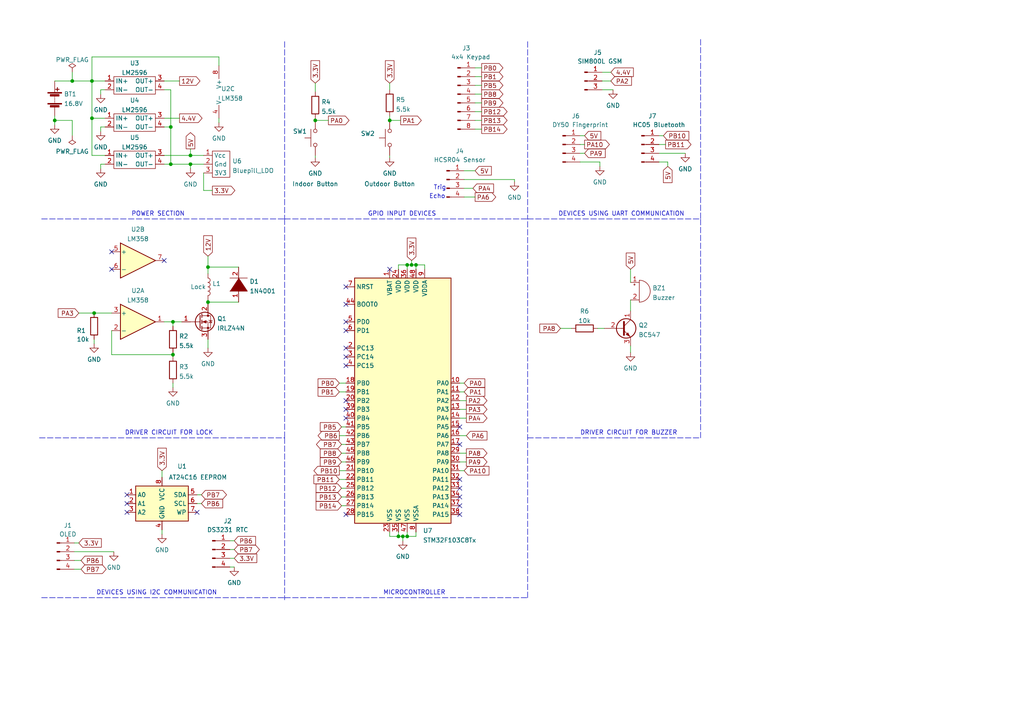
<source format=kicad_sch>
(kicad_sch (version 20211123) (generator eeschema)
  (paper "A4")
  (title_block (title "Smart Lock ") (date "2022-06-15") (rev "1.0") (company "Department of Electrical and Electronic Engineering, University of Ibadan"))
  (lib_symbols
    (symbol "Amplifier_Operational:LM358" (pin_names (offset 0.127))
      (property "Reference" "U" (at 0 5.08 0))
      (property "Value" "LM358" (at 0 -5.08 0))
      (symbol "LM358_1_1"
        (polyline (pts (xy -5.08 5.08) (xy 5.08 0) (xy -5.08 -5.08) (xy -5.08 5.08)) (stroke (width 0.254)) (fill (type background)))
        (pin output line (at 7.62 0 180) (length 2.54) (name "~") (number "1"))
        (pin input line (at -7.62 -2.54 0) (length 2.54) (name "-") (number "2"))
        (pin input line (at -7.62 2.54 0) (length 2.54) (name "+") (number "3"))
      )
      (symbol "LM358_2_1"
        (polyline (pts (xy -5.08 5.08) (xy 5.08 0) (xy -5.08 -5.08) (xy -5.08 5.08)) (stroke (width 0.254)) (fill (type background)))
        (pin input line (at -7.62 2.54 0) (length 2.54) (name "+") (number "5"))
        (pin input line (at -7.62 -2.54 0) (length 2.54) (name "-") (number "6"))
        (pin output line (at 7.62 0 180) (length 2.54) (name "~") (number "7"))
      )
      (symbol "LM358_3_1"
        (pin power_in line (at -2.54 -7.62 90) (length 3.81) (name "V-") (number "4"))
        (pin power_in line (at -2.54 7.62 270) (length 3.81) (name "V+") (number "8"))
      )
    )
    (symbol "Bluepill_LDO:Bluepill_LDO"
      (property "Reference" "U" (at 0 1.27 0))
      (property "Value" "Bluepill_LDO" (at 0 3.175 0))
      (symbol "Bluepill_LDO_0_1"
        (rectangle (start -3.81 0) (end 3.81 -5.08) (stroke (width 0.1524)))
      )
      (symbol "Bluepill_LDO_1_1"
        (pin power_in line (at -2.54 -7.62 90) (length 2.54) (name "Vcc") (number "1"))
        (pin power_in line (at 0 -7.62 90) (length 2.54) (name "Gnd") (number "2"))
        (pin power_out line (at 2.54 -7.62 90) (length 2.54) (name "3V3") (number "3"))
      )
    )
    (symbol "Connector:Conn_01x03_Male" (pin_names (offset 1.016) hide)
      (property "Reference" "J" (at 0 5.08 0))
      (property "Value" "Conn_01x03_Male" (at 0 -5.08 0))
      (symbol "Conn_01x03_Male_1_1"
        (polyline (pts (xy 1.27 -2.54) (xy 0.8636 -2.54)) (stroke (width 0.1524)))
        (polyline (pts (xy 1.27 0) (xy 0.8636 0)) (stroke (width 0.1524)))
        (polyline (pts (xy 1.27 2.54) (xy 0.8636 2.54)) (stroke (width 0.1524)))
        (rectangle (start 0.8636 -2.413) (end 0 -2.667) (stroke (width 0.1524)) (fill (type outline)))
        (rectangle (start 0.8636 0.127) (end 0 -0.127) (stroke (width 0.1524)) (fill (type outline)))
        (rectangle (start 0.8636 2.667) (end 0 2.413) (stroke (width 0.1524)) (fill (type outline)))
        (pin passive line (at 5.08 2.54 180) (length 3.81) (name "Pin_1") (number "1"))
        (pin passive line (at 5.08 0 180) (length 3.81) (name "Pin_2") (number "2"))
        (pin passive line (at 5.08 -2.54 180) (length 3.81) (name "Pin_3") (number "3"))
      )
    )
    (symbol "Connector:Conn_01x04_Male" (pin_names (offset 1.016) hide)
      (property "Reference" "J" (at 0 5.08 0))
      (property "Value" "Conn_01x04_Male" (at 0 -7.62 0))
      (symbol "Conn_01x04_Male_1_1"
        (polyline (pts (xy 1.27 -5.08) (xy 0.8636 -5.08)) (stroke (width 0.1524)))
        (polyline (pts (xy 1.27 -2.54) (xy 0.8636 -2.54)) (stroke (width 0.1524)))
        (polyline (pts (xy 1.27 0) (xy 0.8636 0)) (stroke (width 0.1524)))
        (polyline (pts (xy 1.27 2.54) (xy 0.8636 2.54)) (stroke (width 0.1524)))
        (rectangle (start 0.8636 -4.953) (end 0 -5.207) (stroke (width 0.1524)) (fill (type outline)))
        (rectangle (start 0.8636 -2.413) (end 0 -2.667) (stroke (width 0.1524)) (fill (type outline)))
        (rectangle (start 0.8636 0.127) (end 0 -0.127) (stroke (width 0.1524)) (fill (type outline)))
        (rectangle (start 0.8636 2.667) (end 0 2.413) (stroke (width 0.1524)) (fill (type outline)))
        (pin passive line (at 5.08 2.54 180) (length 3.81) (name "Pin_1") (number "1"))
        (pin passive line (at 5.08 0 180) (length 3.81) (name "Pin_2") (number "2"))
        (pin passive line (at 5.08 -2.54 180) (length 3.81) (name "Pin_3") (number "3"))
        (pin passive line (at 5.08 -5.08 180) (length 3.81) (name "Pin_4") (number "4"))
      )
    )
    (symbol "Connector:Conn_01x08_Male" (pin_names (offset 1.016) hide)
      (property "Reference" "J" (at 0 10.16 0))
      (property "Value" "Conn_01x08_Male" (at 0 -12.7 0))
      (symbol "Conn_01x08_Male_1_1"
        (polyline (pts (xy 1.27 -10.16) (xy 0.8636 -10.16)) (stroke (width 0.1524)))
        (polyline (pts (xy 1.27 -7.62) (xy 0.8636 -7.62)) (stroke (width 0.1524)))
        (polyline (pts (xy 1.27 -5.08) (xy 0.8636 -5.08)) (stroke (width 0.1524)))
        (polyline (pts (xy 1.27 -2.54) (xy 0.8636 -2.54)) (stroke (width 0.1524)))
        (polyline (pts (xy 1.27 0) (xy 0.8636 0)) (stroke (width 0.1524)))
        (polyline (pts (xy 1.27 2.54) (xy 0.8636 2.54)) (stroke (width 0.1524)))
        (polyline (pts (xy 1.27 5.08) (xy 0.8636 5.08)) (stroke (width 0.1524)))
        (polyline (pts (xy 1.27 7.62) (xy 0.8636 7.62)) (stroke (width 0.1524)))
        (rectangle (start 0.8636 -10.033) (end 0 -10.287) (stroke (width 0.1524)) (fill (type outline)))
        (rectangle (start 0.8636 -7.493) (end 0 -7.747) (stroke (width 0.1524)) (fill (type outline)))
        (rectangle (start 0.8636 -4.953) (end 0 -5.207) (stroke (width 0.1524)) (fill (type outline)))
        (rectangle (start 0.8636 -2.413) (end 0 -2.667) (stroke (width 0.1524)) (fill (type outline)))
        (rectangle (start 0.8636 0.127) (end 0 -0.127) (stroke (width 0.1524)) (fill (type outline)))
        (rectangle (start 0.8636 2.667) (end 0 2.413) (stroke (width 0.1524)) (fill (type outline)))
        (rectangle (start 0.8636 5.207) (end 0 4.953) (stroke (width 0.1524)) (fill (type outline)))
        (rectangle (start 0.8636 7.747) (end 0 7.493) (stroke (width 0.1524)) (fill (type outline)))
        (pin passive line (at 5.08 7.62 180) (length 3.81) (name "Pin_1") (number "1"))
        (pin passive line (at 5.08 5.08 180) (length 3.81) (name "Pin_2") (number "2"))
        (pin passive line (at 5.08 2.54 180) (length 3.81) (name "Pin_3") (number "3"))
        (pin passive line (at 5.08 0 180) (length 3.81) (name "Pin_4") (number "4"))
        (pin passive line (at 5.08 -2.54 180) (length 3.81) (name "Pin_5") (number "5"))
        (pin passive line (at 5.08 -5.08 180) (length 3.81) (name "Pin_6") (number "6"))
        (pin passive line (at 5.08 -7.62 180) (length 3.81) (name "Pin_7") (number "7"))
        (pin passive line (at 5.08 -10.16 180) (length 3.81) (name "Pin_8") (number "8"))
      )
    )
    (symbol "Device:Battery" (pin_numbers hide) (pin_names (offset 0) hide)
      (property "Reference" "BT" (at 2.54 2.54 0))
      (property "Value" "Battery" (at 2.54 0 0))
      (symbol "Battery_0_1"
        (rectangle (start -2.032 -1.397) (end 2.032 -1.651) (fill (type outline)))
        (rectangle (start -2.032 1.778) (end 2.032 1.524) (fill (type outline)))
        (rectangle (start -1.3208 -1.9812) (end 1.27 -2.4892) (fill (type outline)))
        (rectangle (start -1.3208 1.1938) (end 1.27 0.6858) (fill (type outline)))
        (polyline (pts (xy 0 -1.524) (xy 0 -1.27)))
        (polyline (pts (xy 0 -1.016) (xy 0 -0.762)))
        (polyline (pts (xy 0 -0.508) (xy 0 -0.254)))
        (polyline (pts (xy 0 0) (xy 0 0.254)))
        (polyline (pts (xy 0 0.508) (xy 0 0.762)))
        (polyline (pts (xy 0 1.778) (xy 0 2.54)))
        (polyline (pts (xy 0.254 2.667) (xy 1.27 2.667)) (stroke (width 0.254)))
        (polyline (pts (xy 0.762 3.175) (xy 0.762 2.159)) (stroke (width 0.254)))
      )
      (symbol "Battery_1_1"
        (pin passive line (at 0 5.08 270) (length 2.54) (name "+") (number "1"))
        (pin passive line (at 0 -5.08 90) (length 2.54) (name "-") (number "2"))
      )
    )
    (symbol "Device:Buzzer" (pin_names (offset 0.0254) hide)
      (property "Reference" "BZ" (at 3.81 1.27 0))
      (property "Value" "Buzzer" (at 3.81 -1.27 0))
      (symbol "Buzzer_0_1"
        (arc (start 0 -3.175) (mid 3.175 0) (end 0 3.175))
        (polyline (pts (xy -1.651 1.905) (xy -1.143 1.905)))
        (polyline (pts (xy -1.397 2.159) (xy -1.397 1.651)))
        (polyline (pts (xy 0 3.175) (xy 0 -3.175)))
      )
      (symbol "Buzzer_1_1"
        (pin passive line (at -2.54 2.54 0) (length 2.54) (name "-") (number "1"))
        (pin passive line (at -2.54 -2.54 0) (length 2.54) (name "+") (number "2"))
      )
    )
    (symbol "Device:L" (pin_numbers hide) (pin_names (offset 1.016) hide)
      (property "Reference" "L" (at -1.27 0 90))
      (property "Value" "L" (at 1.905 0 90))
      (symbol "L_0_1"
        (arc (start 0 -2.54) (mid 0.635 -1.905) (end 0 -1.27))
        (arc (start 0 -1.27) (mid 0.635 -0.635) (end 0 0))
        (arc (start 0 0) (mid 0.635 0.635) (end 0 1.27))
        (arc (start 0 1.27) (mid 0.635 1.905) (end 0 2.54))
      )
      (symbol "L_1_1"
        (pin passive line (at 0 3.81 270) (length 1.27) (name "1") (number "1"))
        (pin passive line (at 0 -3.81 90) (length 1.27) (name "2") (number "2"))
      )
    )
    (symbol "Device:R" (pin_numbers hide) (pin_names (offset 0))
      (property "Reference" "R" (at 2.032 0 90))
      (property "Value" "R" (at 0 0 90))
      (symbol "R_0_1"
        (rectangle (start -1.016 -2.54) (end 1.016 2.54) (stroke (width 0.254)))
      )
      (symbol "R_1_1"
        (pin passive line (at 0 3.81 270) (length 1.27) (name "~") (number "1"))
        (pin passive line (at 0 -3.81 90) (length 1.27) (name "~") (number "2"))
      )
    )
    (symbol "LM2596_Module:LM2596"
      (property "Reference" "U" (at 0 1.27 0))
      (property "Value" "LM2596" (at 0 3.175 0))
      (symbol "LM2596_0_1"
        (rectangle (start -5.715 0) (end 6.35 -5.08) (stroke (width 0.1524)))
      )
      (symbol "LM2596_1_1"
        (pin power_in line (at -8.255 -1.27 0) (length 2.54) (name "IN+") (number "1"))
        (pin power_in line (at -8.255 -3.81 0) (length 2.54) (name "IN-") (number "2"))
        (pin power_out line (at 8.89 -1.27 180) (length 2.54) (name "OUT+") (number "3"))
        (pin power_in line (at 8.89 -3.81 180) (length 2.54) (name "OUT-") (number "4"))
      )
    )
    (symbol "MCU_ST_STM32F1:STM32F103C8Tx"
      (property "Reference" "U" (at -15.24 36.83 0))
      (property "Value" "STM32F103C8Tx" (at 7.62 36.83 0))
      (symbol "STM32F103C8Tx_0_1"
        (rectangle (start -15.24 -35.56) (end 12.7 35.56) (stroke (width 0.254)) (fill (type background)))
      )
      (symbol "STM32F103C8Tx_1_1"
        (pin power_in line (at -5.08 38.1 270) (length 2.54) (name "VBAT") (number "1"))
        (pin bidirectional line (at 15.24 5.08 180) (length 2.54) (name "PA0") (number "10"))
        (pin bidirectional line (at 15.24 2.54 180) (length 2.54) (name "PA1") (number "11"))
        (pin bidirectional line (at 15.24 0 180) (length 2.54) (name "PA2") (number "12"))
        (pin bidirectional line (at 15.24 -2.54 180) (length 2.54) (name "PA3") (number "13"))
        (pin bidirectional line (at 15.24 -5.08 180) (length 2.54) (name "PA4") (number "14"))
        (pin bidirectional line (at 15.24 -7.62 180) (length 2.54) (name "PA5") (number "15"))
        (pin bidirectional line (at 15.24 -10.16 180) (length 2.54) (name "PA6") (number "16"))
        (pin bidirectional line (at 15.24 -12.7 180) (length 2.54) (name "PA7") (number "17"))
        (pin bidirectional line (at -17.78 5.08 0) (length 2.54) (name "PB0") (number "18"))
        (pin bidirectional line (at -17.78 2.54 0) (length 2.54) (name "PB1") (number "19"))
        (pin bidirectional line (at -17.78 15.24 0) (length 2.54) (name "PC13") (number "2"))
        (pin bidirectional line (at -17.78 0 0) (length 2.54) (name "PB2") (number "20"))
        (pin bidirectional line (at -17.78 -20.32 0) (length 2.54) (name "PB10") (number "21"))
        (pin bidirectional line (at -17.78 -22.86 0) (length 2.54) (name "PB11") (number "22"))
        (pin power_in line (at -5.08 -38.1 90) (length 2.54) (name "VSS") (number "23"))
        (pin power_in line (at -2.54 38.1 270) (length 2.54) (name "VDD") (number "24"))
        (pin bidirectional line (at -17.78 -25.4 0) (length 2.54) (name "PB12") (number "25"))
        (pin bidirectional line (at -17.78 -27.94 0) (length 2.54) (name "PB13") (number "26"))
        (pin bidirectional line (at -17.78 -30.48 0) (length 2.54) (name "PB14") (number "27"))
        (pin bidirectional line (at -17.78 -33.02 0) (length 2.54) (name "PB15") (number "28"))
        (pin bidirectional line (at 15.24 -15.24 180) (length 2.54) (name "PA8") (number "29"))
        (pin bidirectional line (at -17.78 12.7 0) (length 2.54) (name "PC14") (number "3"))
        (pin bidirectional line (at 15.24 -17.78 180) (length 2.54) (name "PA9") (number "30"))
        (pin bidirectional line (at 15.24 -20.32 180) (length 2.54) (name "PA10") (number "31"))
        (pin bidirectional line (at 15.24 -22.86 180) (length 2.54) (name "PA11") (number "32"))
        (pin bidirectional line (at 15.24 -25.4 180) (length 2.54) (name "PA12") (number "33"))
        (pin bidirectional line (at 15.24 -27.94 180) (length 2.54) (name "PA13") (number "34"))
        (pin power_in line (at -2.54 -38.1 90) (length 2.54) (name "VSS") (number "35"))
        (pin power_in line (at 0 38.1 270) (length 2.54) (name "VDD") (number "36"))
        (pin bidirectional line (at 15.24 -30.48 180) (length 2.54) (name "PA14") (number "37"))
        (pin bidirectional line (at 15.24 -33.02 180) (length 2.54) (name "PA15") (number "38"))
        (pin bidirectional line (at -17.78 -2.54 0) (length 2.54) (name "PB3") (number "39"))
        (pin bidirectional line (at -17.78 10.16 0) (length 2.54) (name "PC15") (number "4"))
        (pin bidirectional line (at -17.78 -5.08 0) (length 2.54) (name "PB4") (number "40"))
        (pin bidirectional line (at -17.78 -7.62 0) (length 2.54) (name "PB5") (number "41"))
        (pin bidirectional line (at -17.78 -10.16 0) (length 2.54) (name "PB6") (number "42"))
        (pin bidirectional line (at -17.78 -12.7 0) (length 2.54) (name "PB7") (number "43"))
        (pin input line (at -17.78 27.94 0) (length 2.54) (name "BOOT0") (number "44"))
        (pin bidirectional line (at -17.78 -15.24 0) (length 2.54) (name "PB8") (number "45"))
        (pin bidirectional line (at -17.78 -17.78 0) (length 2.54) (name "PB9") (number "46"))
        (pin power_in line (at 0 -38.1 90) (length 2.54) (name "VSS") (number "47"))
        (pin power_in line (at 2.54 38.1 270) (length 2.54) (name "VDD") (number "48"))
        (pin input line (at -17.78 22.86 0) (length 2.54) (name "PD0") (number "5"))
        (pin input line (at -17.78 20.32 0) (length 2.54) (name "PD1") (number "6"))
        (pin input line (at -17.78 33.02 0) (length 2.54) (name "NRST") (number "7"))
        (pin power_in line (at 2.54 -38.1 90) (length 2.54) (name "VSSA") (number "8"))
        (pin power_in line (at 5.08 38.1 270) (length 2.54) (name "VDDA") (number "9"))
      )
    )
    (symbol "Memory_EEPROM:24LC16"
      (property "Reference" "U" (at -6.35 6.35 0))
      (property "Value" "24LC16" (at 1.27 6.35 0))
      (symbol "24LC16_1_1"
        (rectangle (start -7.62 5.08) (end 7.62 -5.08) (stroke (width 0.254)) (fill (type background)))
        (pin input line (at -10.16 2.54 0) (length 2.54) (name "A0") (number "1"))
        (pin input line (at -10.16 0 0) (length 2.54) (name "A1") (number "2"))
        (pin input line (at -10.16 -2.54 0) (length 2.54) (name "A2") (number "3"))
        (pin power_in line (at 0 -7.62 90) (length 2.54) (name "GND") (number "4"))
        (pin bidirectional line (at 10.16 2.54 180) (length 2.54) (name "SDA") (number "5"))
        (pin input line (at 10.16 0 180) (length 2.54) (name "SCL") (number "6"))
        (pin input line (at 10.16 -2.54 180) (length 2.54) (name "WP") (number "7"))
        (pin power_in line (at 0 7.62 270) (length 2.54) (name "VCC") (number "8"))
      )
    )
    (symbol "Switch:SW_MEC_5G" (pin_numbers hide) (pin_names (offset 1.016) hide)
      (property "Reference" "SW" (at 1.27 2.54 0))
      (property "Value" "SW_MEC_5G" (at 0 -1.524 0))
      (symbol "SW_MEC_5G_0_1"
        (circle (center -2.032 0) (radius 0.508))
        (polyline (pts (xy 0 1.27) (xy 0 3.048)))
        (polyline (pts (xy 2.54 1.27) (xy -2.54 1.27)))
        (circle (center 2.032 0) (radius 0.508))
        (pin passive line (at -5.08 0 0) (length 2.54) (name "A") (number "1"))
        (pin passive line (at 5.08 0 180) (length 2.54) (name "B") (number "3"))
      )
      (symbol "SW_MEC_5G_1_1"
        (pin passive line (at -5.08 0 0) (length 2.54) hide (name "A") (number "2"))
        (pin passive line (at 5.08 0 180) (length 2.54) hide (name "B") (number "4"))
      )
    )
    (symbol "Transistor_BJT:BC547" (pin_names (offset 0) hide)
      (property "Reference" "Q" (at 5.08 1.905 0))
      (property "Value" "BC547" (at 5.08 0 0))
      (symbol "BC547_0_1"
        (polyline (pts (xy 0 0) (xy 0.635 0)))
        (polyline (pts (xy 0.635 0.635) (xy 2.54 2.54)))
        (polyline (pts (xy 0.635 -0.635) (xy 2.54 -2.54) (xy 2.54 -2.54)))
        (polyline (pts (xy 0.635 1.905) (xy 0.635 -1.905) (xy 0.635 -1.905)) (stroke (width 0.508)))
        (polyline (pts (xy 1.27 -1.778) (xy 1.778 -1.27) (xy 2.286 -2.286) (xy 1.27 -1.778) (xy 1.27 -1.778)) (fill (type outline)))
        (circle (center 1.27 0) (radius 2.8194) (stroke (width 0.254)))
      )
      (symbol "BC547_1_1"
        (pin passive line (at 2.54 5.08 270) (length 2.54) (name "C") (number "1"))
        (pin input line (at -5.08 0 0) (length 5.08) (name "B") (number "2"))
        (pin passive line (at 2.54 -5.08 90) (length 2.54) (name "E") (number "3"))
      )
    )
    (symbol "Transistor_FET:IRLZ44N" (pin_names hide)
      (property "Reference" "Q" (at 6.35 1.905 0))
      (property "Value" "IRLZ44N" (at 6.35 0 0))
      (symbol "IRLZ44N_0_1"
        (polyline (pts (xy 0.254 0) (xy -2.54 0)))
        (polyline (pts (xy 0.254 1.905) (xy 0.254 -1.905)) (stroke (width 0.254)))
        (polyline (pts (xy 0.762 -1.27) (xy 0.762 -2.286)) (stroke (width 0.254)))
        (polyline (pts (xy 0.762 0.508) (xy 0.762 -0.508)) (stroke (width 0.254)))
        (polyline (pts (xy 0.762 2.286) (xy 0.762 1.27)) (stroke (width 0.254)))
        (polyline (pts (xy 2.54 2.54) (xy 2.54 1.778)))
        (polyline (pts (xy 2.54 -2.54) (xy 2.54 0) (xy 0.762 0)))
        (polyline (pts (xy 0.762 -1.778) (xy 3.302 -1.778) (xy 3.302 1.778) (xy 0.762 1.778)))
        (polyline (pts (xy 1.016 0) (xy 2.032 0.381) (xy 2.032 -0.381) (xy 1.016 0)) (fill (type outline)))
        (polyline (pts (xy 2.794 0.508) (xy 2.921 0.381) (xy 3.683 0.381) (xy 3.81 0.254)))
        (polyline (pts (xy 3.302 0.381) (xy 2.921 -0.254) (xy 3.683 -0.254) (xy 3.302 0.381)))
        (circle (center 1.651 0) (radius 2.794) (stroke (width 0.254)))
        (circle (center 2.54 -1.778) (radius 0.254) (fill (type outline)))
        (circle (center 2.54 1.778) (radius 0.254) (fill (type outline)))
      )
      (symbol "IRLZ44N_1_1"
        (pin input line (at -5.08 0 0) (length 2.54) (name "G") (number "1"))
        (pin passive line (at 2.54 5.08 270) (length 2.54) (name "D") (number "2"))
        (pin passive line (at 2.54 -5.08 90) (length 2.54) (name "S") (number "3"))
      )
    )
    (symbol "power:GND" (power) (pin_names (offset 0))
      (property "Value" "GND" (at 0 -3.81 0))
      (symbol "GND_0_1"
        (polyline (pts (xy 0 0) (xy 0 -1.27) (xy 1.27 -1.27) (xy 0 -2.54) (xy -1.27 -1.27) (xy 0 -1.27)))
      )
      (symbol "GND_1_1"
        (pin power_in line (at 0 0 270) (length 0) hide (name "GND") (number "1"))
      )
    )
    (symbol "power:PWR_FLAG" (power) (pin_numbers hide) (pin_names (offset 0) hide)
      (property "Value" "PWR_FLAG" (at 0 3.81 0))
      (symbol "PWR_FLAG_0_0"
        (pin power_out line (at 0 0 90) (length 0) (name "pwr") (number "1"))
      )
      (symbol "PWR_FLAG_0_1"
        (polyline (pts (xy 0 0) (xy 0 1.27) (xy -1.016 1.905) (xy 0 2.54) (xy 1.016 1.905) (xy 0 1.27)))
      )
    )
    (symbol "pspice:DIODE" (pin_names (offset 1.016) hide)
      (property "Reference" "D" (at 0 3.81 0))
      (property "Value" "DIODE" (at 0 -4.445 0))
      (symbol "DIODE_0_1"
        (polyline (pts (xy 1.905 2.54) (xy 1.905 -2.54)))
        (polyline (pts (xy -1.905 2.54) (xy -1.905 -2.54) (xy 1.905 0)) (fill (type outline)))
      )
      (symbol "DIODE_1_1"
        (pin input line (at -5.08 0 0) (length 3.81) (name "K") (number "1"))
        (pin input line (at 5.08 0 180) (length 3.81) (name "A") (number "2"))
      )
    )
  )
  (junction (at 49.53 36.83))
  (junction (at 55.245 47.625))
  (junction (at 113.03 34.925))
  (junction (at 20.955 23.495))
  (junction (at 27.305 90.805))
  (junction (at 50.165 93.345))
  (junction (at 60.325 77.47))
  (junction (at 26.67 34.29))
  (junction (at 91.44 34.925))
  (junction (at 118.11 155.575))
  (junction (at 49.53 47.625))
  (junction (at 120.65 76.835))
  (junction (at 26.67 23.495))
  (junction (at 50.165 102.87))
  (junction (at 115.57 155.575))
  (junction (at 119.38 76.835))
  (junction (at 15.875 34.925))
  (junction (at 55.245 45.085))
  (junction (at 116.84 155.575))
  (junction (at 60.325 87.63))
  (junction (at 118.11 76.835))
  (no_connect (at 133.35 149.225))
  (no_connect (at 133.35 146.685))
  (no_connect (at 133.35 141.605))
  (no_connect (at 133.35 139.065))
  (no_connect (at 133.35 144.145))
  (no_connect (at 100.33 149.225))
  (no_connect (at 100.33 121.285))
  (no_connect (at 100.33 118.745))
  (no_connect (at 133.35 128.905))
  (no_connect (at 133.35 123.825))
  (no_connect (at 100.33 116.205))
  (no_connect (at 100.33 93.345))
  (no_connect (at 100.33 88.265))
  (no_connect (at 100.33 83.185))
  (no_connect (at 113.03 78.105))
  (no_connect (at 100.33 95.885))
  (no_connect (at 100.33 106.045))
  (no_connect (at 100.33 103.505))
  (no_connect (at 100.33 100.965))
  (no_connect (at 47.625 75.565))
  (no_connect (at 32.385 73.025))
  (no_connect (at 32.385 78.105))
  (no_connect (at 36.83 143.51))
  (no_connect (at 36.83 146.05))
  (no_connect (at 36.83 148.59))
  (no_connect (at 57.15 148.59))
  (wire (pts (xy 173.99 46.99) (xy 168.275 46.99)))
  (wire (pts (xy 47.625 93.345) (xy 50.165 93.345)))
  (wire (pts (xy 133.35 136.525) (xy 134.62 136.525)))
  (wire (pts (xy 91.44 45.085) (xy 91.44 45.72)))
  (polyline (pts (xy 203.2 11.43) (xy 203.2 63.5)))
  (polyline (pts (xy 82.55 12.065) (xy 82.55 63.5)))
  (polyline (pts (xy 11.43 127) (xy 82.55 127)))
  (wire (pts (xy 134.62 49.53) (xy 137.795 49.53)))
  (wire (pts (xy 134.62 52.07) (xy 149.225 52.07)))
  (wire (pts (xy 60.325 98.425) (xy 60.325 100.965)))
  (wire (pts (xy 20.955 23.495) (xy 26.67 23.495)))
  (wire (pts (xy 137.795 29.845) (xy 139.7 29.845)))
  (wire (pts (xy 21.59 160.02) (xy 33.02 160.02)))
  (wire (pts (xy 47.625 36.83) (xy 49.53 36.83)))
  (wire (pts (xy 137.795 34.925) (xy 139.7 34.925)))
  (wire (pts (xy 133.35 133.985) (xy 135.255 133.985)))
  (wire (pts (xy 60.325 77.47) (xy 69.215 77.47)))
  (wire (pts (xy 22.86 90.805) (xy 27.305 90.805)))
  (wire (pts (xy 133.35 116.205) (xy 135.255 116.205)))
  (wire (pts (xy 32.385 102.87) (xy 50.165 102.87)))
  (wire (pts (xy 29.21 38.1) (xy 29.21 36.83)))
  (wire (pts (xy 137.795 27.305) (xy 139.7 27.305)))
  (wire (pts (xy 20.955 39.37) (xy 20.955 34.925)))
  (wire (pts (xy 137.795 24.765) (xy 139.7 24.765)))
  (wire (pts (xy 26.67 45.085) (xy 26.67 34.29)))
  (wire (pts (xy 99.06 141.605) (xy 100.33 141.605)))
  (wire (pts (xy 47.625 34.29) (xy 52.07 34.29)))
  (wire (pts (xy 115.57 78.105) (xy 115.57 76.835)))
  (wire (pts (xy 168.275 41.91) (xy 169.545 41.91)))
  (wire (pts (xy 98.425 136.525) (xy 100.33 136.525)))
  (wire (pts (xy 173.355 95.25) (xy 175.26 95.25)))
  (wire (pts (xy 29.21 27.305) (xy 29.21 26.035)))
  (wire (pts (xy 26.67 23.495) (xy 30.48 23.495)))
  (wire (pts (xy 191.135 41.91) (xy 193.04 41.91)))
  (polyline (pts (xy 153.035 127) (xy 203.2 127)))
  (wire (pts (xy 113.03 155.575) (xy 115.57 155.575)))
  (wire (pts (xy 116.84 155.575) (xy 116.84 156.845)))
  (wire (pts (xy 59.055 50.165) (xy 59.055 55.245)))
  (wire (pts (xy 174.625 23.495) (xy 177.165 23.495)))
  (wire (pts (xy 115.57 154.305) (xy 115.57 155.575)))
  (wire (pts (xy 15.875 33.655) (xy 15.875 34.925)))
  (wire (pts (xy 191.135 46.99) (xy 193.675 46.99)))
  (wire (pts (xy 113.03 154.305) (xy 113.03 155.575)))
  (wire (pts (xy 21.59 165.1) (xy 23.495 165.1)))
  (wire (pts (xy 182.88 86.995) (xy 182.88 90.17)))
  (wire (pts (xy 119.38 75.565) (xy 119.38 76.835)))
  (wire (pts (xy 133.35 131.445) (xy 135.255 131.445)))
  (wire (pts (xy 66.675 164.465) (xy 67.945 164.465)))
  (wire (pts (xy 118.11 155.575) (xy 120.65 155.575)))
  (wire (pts (xy 98.425 111.125) (xy 100.33 111.125)))
  (wire (pts (xy 91.44 24.13) (xy 91.44 26.67)))
  (wire (pts (xy 99.06 131.445) (xy 100.33 131.445)))
  (wire (pts (xy 49.53 47.625) (xy 55.245 47.625)))
  (wire (pts (xy 32.385 95.885) (xy 32.385 102.87)))
  (wire (pts (xy 91.44 34.29) (xy 91.44 34.925)))
  (wire (pts (xy 15.875 23.495) (xy 20.955 23.495)))
  (wire (pts (xy 66.675 156.845) (xy 67.945 156.845)))
  (wire (pts (xy 99.06 144.145) (xy 100.33 144.145)))
  (wire (pts (xy 29.21 48.895) (xy 29.21 47.625)))
  (wire (pts (xy 60.325 77.47) (xy 60.325 79.375)))
  (polyline (pts (xy 153.035 63.5) (xy 203.2 63.5)))
  (wire (pts (xy 29.21 36.83) (xy 30.48 36.83)))
  (wire (pts (xy 168.275 44.45) (xy 169.545 44.45)))
  (wire (pts (xy 26.67 16.51) (xy 26.67 23.495)))
  (wire (pts (xy 49.53 26.035) (xy 49.53 36.83)))
  (wire (pts (xy 134.62 57.15) (xy 137.795 57.15)))
  (wire (pts (xy 21.59 162.56) (xy 23.495 162.56)))
  (wire (pts (xy 99.06 128.905) (xy 100.33 128.905)))
  (wire (pts (xy 55.245 47.625) (xy 59.055 47.625)))
  (wire (pts (xy 46.99 136.525) (xy 46.99 138.43)))
  (wire (pts (xy 29.21 47.625) (xy 30.48 47.625)))
  (wire (pts (xy 98.425 126.365) (xy 100.33 126.365)))
  (wire (pts (xy 21.59 157.48) (xy 22.86 157.48)))
  (wire (pts (xy 60.325 86.995) (xy 60.325 87.63)))
  (wire (pts (xy 60.325 87.63) (xy 69.215 87.63)))
  (wire (pts (xy 173.99 48.26) (xy 173.99 46.99)))
  (wire (pts (xy 55.245 43.18) (xy 55.245 45.085)))
  (wire (pts (xy 182.88 100.33) (xy 182.88 102.235)))
  (wire (pts (xy 149.225 52.07) (xy 149.225 52.705)))
  (wire (pts (xy 50.165 102.87) (xy 50.165 103.505)))
  (wire (pts (xy 26.67 16.51) (xy 63.5 16.51)))
  (wire (pts (xy 133.35 111.125) (xy 134.62 111.125)))
  (wire (pts (xy 119.38 76.835) (xy 120.65 76.835)))
  (wire (pts (xy 46.99 153.67) (xy 46.99 154.94)))
  (polyline (pts (xy 82.55 63.5) (xy 153.035 63.5)))
  (wire (pts (xy 134.62 54.61) (xy 137.16 54.61)))
  (wire (pts (xy 99.06 123.825) (xy 100.33 123.825)))
  (wire (pts (xy 137.795 22.225) (xy 139.7 22.225)))
  (wire (pts (xy 133.35 126.365) (xy 135.255 126.365)))
  (wire (pts (xy 98.425 139.065) (xy 100.33 139.065)))
  (wire (pts (xy 15.875 34.925) (xy 15.875 36.195)))
  (wire (pts (xy 113.03 24.13) (xy 113.03 26.035)))
  (wire (pts (xy 98.425 113.665) (xy 100.33 113.665)))
  (wire (pts (xy 133.35 118.745) (xy 135.255 118.745)))
  (wire (pts (xy 91.44 34.925) (xy 95.25 34.925)))
  (wire (pts (xy 137.795 19.685) (xy 139.7 19.685)))
  (wire (pts (xy 162.56 95.25) (xy 165.735 95.25)))
  (wire (pts (xy 174.625 26.035) (xy 177.8 26.035)))
  (wire (pts (xy 47.625 45.085) (xy 55.245 45.085)))
  (wire (pts (xy 66.675 161.925) (xy 67.945 161.925)))
  (wire (pts (xy 29.21 26.035) (xy 30.48 26.035)))
  (wire (pts (xy 137.795 32.385) (xy 139.7 32.385)))
  (wire (pts (xy 133.35 121.285) (xy 135.255 121.285)))
  (wire (pts (xy 27.305 90.805) (xy 32.385 90.805)))
  (wire (pts (xy 99.06 146.685) (xy 100.33 146.685)))
  (wire (pts (xy 50.165 102.235) (xy 50.165 102.87)))
  (polyline (pts (xy 203.2 127) (xy 203.2 63.5)))
  (wire (pts (xy 63.5 19.05) (xy 63.5 16.51)))
  (wire (pts (xy 99.06 133.985) (xy 100.33 133.985)))
  (wire (pts (xy 191.135 44.45) (xy 198.755 44.45)))
  (wire (pts (xy 118.11 76.835) (xy 118.11 78.105)))
  (wire (pts (xy 168.275 39.37) (xy 169.545 39.37)))
  (wire (pts (xy 47.625 26.035) (xy 49.53 26.035)))
  (polyline (pts (xy 153.035 12.065) (xy 153.035 63.5)))
  (wire (pts (xy 191.135 39.37) (xy 192.405 39.37)))
  (polyline (pts (xy 82.55 173.355) (xy 153.035 173.355)))
  (wire (pts (xy 57.15 143.51) (xy 58.42 143.51)))
  (wire (pts (xy 49.53 36.83) (xy 49.53 47.625)))
  (wire (pts (xy 57.15 146.05) (xy 58.42 146.05)))
  (wire (pts (xy 50.165 93.345) (xy 50.165 94.615)))
  (wire (pts (xy 60.325 87.63) (xy 60.325 88.265)))
  (wire (pts (xy 113.03 34.925) (xy 116.205 34.925)))
  (wire (pts (xy 20.955 34.925) (xy 15.875 34.925)))
  (wire (pts (xy 55.245 47.625) (xy 55.245 48.895)))
  (polyline (pts (xy 12.065 63.5) (xy 82.55 63.5)))
  (wire (pts (xy 123.19 76.835) (xy 123.19 78.105)))
  (wire (pts (xy 60.325 74.295) (xy 60.325 77.47)))
  (wire (pts (xy 118.11 154.305) (xy 118.11 155.575)))
  (wire (pts (xy 47.625 47.625) (xy 49.53 47.625)))
  (wire (pts (xy 115.57 76.835) (xy 118.11 76.835)))
  (wire (pts (xy 63.5 34.29) (xy 63.5 35.56)))
  (wire (pts (xy 66.675 159.385) (xy 67.945 159.385)))
  (wire (pts (xy 30.48 45.085) (xy 26.67 45.085)))
  (wire (pts (xy 59.055 55.245) (xy 61.595 55.245)))
  (wire (pts (xy 55.245 45.085) (xy 59.055 45.085)))
  (wire (pts (xy 120.65 76.835) (xy 123.19 76.835)))
  (wire (pts (xy 113.03 45.085) (xy 113.03 45.72)))
  (wire (pts (xy 20.955 20.955) (xy 20.955 23.495)))
  (wire (pts (xy 115.57 155.575) (xy 116.84 155.575)))
  (wire (pts (xy 30.48 34.29) (xy 26.67 34.29)))
  (wire (pts (xy 26.67 34.29) (xy 26.67 23.495)))
  (wire (pts (xy 27.305 98.425) (xy 27.305 99.695)))
  (wire (pts (xy 50.165 93.345) (xy 52.705 93.345)))
  (wire (pts (xy 118.11 76.835) (xy 119.38 76.835)))
  (polyline (pts (xy 82.55 127) (xy 82.55 173.99)))
  (wire (pts (xy 174.625 20.955) (xy 177.165 20.955)))
  (wire (pts (xy 113.03 33.655) (xy 113.03 34.925)))
  (wire (pts (xy 182.88 78.105) (xy 182.88 81.915)))
  (wire (pts (xy 133.35 113.665) (xy 134.62 113.665)))
  (polyline (pts (xy 153.035 173.355) (xy 153.035 63.5)))
  (wire (pts (xy 193.675 46.99) (xy 193.675 48.26)))
  (wire (pts (xy 47.625 23.495) (xy 52.07 23.495)))
  (wire (pts (xy 120.65 76.835) (xy 120.65 78.105)))
  (wire (pts (xy 116.84 155.575) (xy 118.11 155.575)))
  (wire (pts (xy 137.795 37.465) (xy 139.7 37.465)))
  (polyline (pts (xy 82.55 63.5) (xy 82.55 127)))
  (polyline (pts (xy 12.065 173.355) (xy 82.55 173.355)))
  (wire (pts (xy 50.165 111.125) (xy 50.165 112.395)))
  (wire (pts (xy 120.65 155.575) (xy 120.65 154.305)))
  (text "Echo" (at 124.46 57.785 0) (effects (font (size 1.27 1.27)) (justify left bottom)))
  (text "GPIO INPUT DEVICES" (at 106.68 62.865 0) (effects (font (size 1.27 1.27)) (justify left bottom)))
  (text "DEVICES USING UART COMMUNICATION" (at 161.925 62.865 0) (effects (font (size 1.27 1.27)) (justify left bottom)))
  (text "DEVICES USING I2C COMMUNICATION" (at 27.94 172.72 0) (effects (font (size 1.27 1.27)) (justify left bottom)))
  (text "Trig" (at 125.73 55.245 0) (effects (font (size 1.27 1.27)) (justify left bottom)))
  (text "DRIVER CIRCUIT FOR BUZZER" (at 168.275 126.365 0) (effects (font (size 1.27 1.27)) (justify left bottom)))
  (text "DRIVER CIRCUIT FOR LOCK" (at 36.195 126.365 0) (effects (font (size 1.27 1.27)) (justify left bottom)))
  (text "MICROCONTROLLER" (at 111.125 172.72 0) (effects (font (size 1.27 1.27)) (justify left bottom)))
  (text "POWER SECTION" (at 38.1 62.865 0) (effects (font (size 1.27 1.27)) (justify left bottom)))
  (global_label "PA3" (shape input) (at 22.86 90.805 180) (property "Intersheet References" "${INTERSHEET_REFS}" (effects hide)))
  (global_label "PB1" (shape input) (at 98.425 113.665 180) (property "Intersheet References" "${INTERSHEET_REFS}" (effects hide)))
  (global_label "PA1" (shape input) (at 134.62 113.665 0) (property "Intersheet References" "${INTERSHEET_REFS}" (effects hide)))
  (global_label "4.4V" (shape input) (at 177.165 20.955 0) (property "Intersheet References" "${INTERSHEET_REFS}" (effects hide)))
  (global_label "12V" (shape output) (at 52.07 23.495 0) (property "Intersheet References" "${INTERSHEET_REFS}" (effects hide)))
  (global_label "PA1" (shape output) (at 116.205 34.925 0) (property "Intersheet References" "${INTERSHEET_REFS}" (effects hide)))
  (global_label "PB6" (shape input) (at 58.42 146.05 0) (property "Intersheet References" "${INTERSHEET_REFS}" (effects hide)))
  (global_label "3.3V" (shape input) (at 119.38 75.565 90) (property "Intersheet References" "${INTERSHEET_REFS}" (effects hide)))
  (global_label "PB9" (shape output) (at 139.7 29.845 0) (property "Intersheet References" "${INTERSHEET_REFS}" (effects hide)))
  (global_label "PB13" (shape input) (at 99.06 144.145 180) (property "Intersheet References" "${INTERSHEET_REFS}" (effects hide)))
  (global_label "12V" (shape input) (at 60.325 74.295 90) (property "Intersheet References" "${INTERSHEET_REFS}" (effects hide)))
  (global_label "PB14" (shape output) (at 139.7 37.465 0) (property "Intersheet References" "${INTERSHEET_REFS}" (effects hide)))
  (global_label "PA8" (shape output) (at 135.255 131.445 0) (property "Intersheet References" "${INTERSHEET_REFS}" (effects hide)))
  (global_label "PB9" (shape input) (at 99.06 133.985 180) (property "Intersheet References" "${INTERSHEET_REFS}" (effects hide)))
  (global_label "PB1" (shape output) (at 139.7 22.225 0) (property "Intersheet References" "${INTERSHEET_REFS}" (effects hide)))
  (global_label "PB6" (shape output) (at 98.425 126.365 180) (property "Intersheet References" "${INTERSHEET_REFS}" (effects hide)))
  (global_label "5V" (shape input) (at 182.88 78.105 90) (property "Intersheet References" "${INTERSHEET_REFS}" (effects hide)))
  (global_label "PB7" (shape bidirectional) (at 23.495 165.1 0) (property "Intersheet References" "${INTERSHEET_REFS}" (effects hide)))
  (global_label "PB7" (shape bidirectional) (at 58.42 143.51 0) (property "Intersheet References" "${INTERSHEET_REFS}" (effects hide)))
  (global_label "PA9" (shape output) (at 135.255 133.985 0) (property "Intersheet References" "${INTERSHEET_REFS}" (effects hide)))
  (global_label "4.4V" (shape output) (at 52.07 34.29 0) (property "Intersheet References" "${INTERSHEET_REFS}" (effects hide)))
  (global_label "3.3V" (shape input) (at 113.03 24.13 90) (property "Intersheet References" "${INTERSHEET_REFS}" (effects hide)))
  (global_label "5V" (shape input) (at 193.675 48.26 270) (property "Intersheet References" "${INTERSHEET_REFS}" (effects hide)))
  (global_label "PB7" (shape bidirectional) (at 67.945 159.385 0) (property "Intersheet References" "${INTERSHEET_REFS}" (effects hide)))
  (global_label "PA2" (shape output) (at 135.255 116.205 0) (property "Intersheet References" "${INTERSHEET_REFS}" (effects hide)))
  (global_label "PB12" (shape output) (at 139.7 32.385 0) (property "Intersheet References" "${INTERSHEET_REFS}" (effects hide)))
  (global_label "PA9" (shape input) (at 169.545 44.45 0) (property "Intersheet References" "${INTERSHEET_REFS}" (effects hide)))
  (global_label "PA10" (shape input) (at 134.62 136.525 0) (property "Intersheet References" "${INTERSHEET_REFS}" (effects hide)))
  (global_label "PA10" (shape output) (at 169.545 41.91 0) (property "Intersheet References" "${INTERSHEET_REFS}" (effects hide)))
  (global_label "3.3V" (shape input) (at 46.99 136.525 90) (property "Intersheet References" "${INTERSHEET_REFS}" (effects hide)))
  (global_label "PB11" (shape output) (at 193.04 41.91 0) (property "Intersheet References" "${INTERSHEET_REFS}" (effects hide)))
  (global_label "PB5" (shape output) (at 139.7 24.765 0) (property "Intersheet References" "${INTERSHEET_REFS}" (effects hide)))
  (global_label "PB0" (shape input) (at 98.425 111.125 180) (property "Intersheet References" "${INTERSHEET_REFS}" (effects hide)))
  (global_label "PB12" (shape input) (at 99.06 141.605 180) (property "Intersheet References" "${INTERSHEET_REFS}" (effects hide)))
  (global_label "PA0" (shape output) (at 95.25 34.925 0) (property "Intersheet References" "${INTERSHEET_REFS}" (effects hide)))
  (global_label "PA6" (shape input) (at 135.255 126.365 0) (property "Intersheet References" "${INTERSHEET_REFS}" (effects hide)))
  (global_label "PA4" (shape output) (at 135.255 121.285 0) (property "Intersheet References" "${INTERSHEET_REFS}" (effects hide)))
  (global_label "PA0" (shape input) (at 134.62 111.125 0) (property "Intersheet References" "${INTERSHEET_REFS}" (effects hide)))
  (global_label "3.3V" (shape output) (at 61.595 55.245 0) (property "Intersheet References" "${INTERSHEET_REFS}" (effects hide)))
  (global_label "PB0" (shape output) (at 139.7 19.685 0) (property "Intersheet References" "${INTERSHEET_REFS}" (effects hide)))
  (global_label "PA6" (shape output) (at 137.795 57.15 0) (property "Intersheet References" "${INTERSHEET_REFS}" (effects hide)))
  (global_label "3.3V" (shape input) (at 22.86 157.48 0) (property "Intersheet References" "${INTERSHEET_REFS}" (effects hide)))
  (global_label "PB8" (shape input) (at 99.06 131.445 180) (property "Intersheet References" "${INTERSHEET_REFS}" (effects hide)))
  (global_label "PB5" (shape input) (at 99.06 123.825 180) (property "Intersheet References" "${INTERSHEET_REFS}" (effects hide)))
  (global_label "PA8" (shape input) (at 162.56 95.25 180) (property "Intersheet References" "${INTERSHEET_REFS}" (effects hide)))
  (global_label "PB13" (shape output) (at 139.7 34.925 0) (property "Intersheet References" "${INTERSHEET_REFS}" (effects hide)))
  (global_label "5V" (shape input) (at 169.545 39.37 0) (property "Intersheet References" "${INTERSHEET_REFS}" (effects hide)))
  (global_label "PB6" (shape input) (at 67.945 156.845 0) (property "Intersheet References" "${INTERSHEET_REFS}" (effects hide)))
  (global_label "3.3V" (shape input) (at 67.945 161.925 0) (property "Intersheet References" "${INTERSHEET_REFS}" (effects hide)))
  (global_label "PB6" (shape input) (at 23.495 162.56 0) (property "Intersheet References" "${INTERSHEET_REFS}" (effects hide)))
  (global_label "PB10" (shape output) (at 98.425 136.525 180) (property "Intersheet References" "${INTERSHEET_REFS}" (effects hide)))
  (global_label "PA3" (shape output) (at 135.255 118.745 0) (property "Intersheet References" "${INTERSHEET_REFS}" (effects hide)))
  (global_label "PB7" (shape bidirectional) (at 99.06 128.905 180) (property "Intersheet References" "${INTERSHEET_REFS}" (effects hide)))
  (global_label "PB11" (shape input) (at 98.425 139.065 180) (property "Intersheet References" "${INTERSHEET_REFS}" (effects hide)))
  (global_label "5V" (shape output) (at 55.245 43.18 90) (property "Intersheet References" "${INTERSHEET_REFS}" (effects hide)))
  (global_label "PA4" (shape input) (at 137.16 54.61 0) (property "Intersheet References" "${INTERSHEET_REFS}" (effects hide)))
  (global_label "PB8" (shape output) (at 139.7 27.305 0) (property "Intersheet References" "${INTERSHEET_REFS}" (effects hide)))
  (global_label "5V" (shape input) (at 137.795 49.53 0) (property "Intersheet References" "${INTERSHEET_REFS}" (effects hide)))
  (global_label "PB14" (shape input) (at 99.06 146.685 180) (property "Intersheet References" "${INTERSHEET_REFS}" (effects hide)))
  (global_label "PB10" (shape input) (at 192.405 39.37 0) (property "Intersheet References" "${INTERSHEET_REFS}" (effects hide)))
  (global_label "3.3V" (shape input) (at 91.44 24.13 90) (property "Intersheet References" "${INTERSHEET_REFS}" (effects hide)))
  (global_label "PA2" (shape input) (at 177.165 23.495 0) (property "Intersheet References" "${INTERSHEET_REFS}" (effects hide)))
  (symbol (lib_id "power:GND") (at 55.245 48.895 0) (unit 1)
    (property "Reference" "#PWR07" (effects hide))
    (property "Value" "GND" (at 55.245 53.4575 0))
  )
  (symbol (lib_id "power:GND") (at 29.21 48.895 0) (unit 1)
    (property "Reference" "#PWR04" (effects hide))
    (property "Value" "GND" (at 29.21 53.4575 0))
  )
  (symbol (lib_id "LM2596_Module:LM2596") (at 38.735 22.225 0) (unit 1)
    (property "Reference" "U3" (at 39.0525 18.3093 0))
    (property "Value" "LM2596" (at 39.0525 21.0844 0))
  )
  (symbol (lib_id "Device:L") (at 60.325 83.185 0) (unit 1)
    (property "Reference" "L1" (at 61.595 82.2765 0) (effects (justify left)))
    (property "Value" "Lock" (at 55.245 83.185 0) (effects (justify left)))
  )
  (symbol (lib_id "Switch:SW_MEC_5G") (at 91.44 40.005 90) (unit 1)
    (property "Reference" "SW1" (at 86.995 38.1 90))
    (property "Value" "Indoor Button" (at 91.44 53.34 90))
    (property "Datasheet" "http://www.apem.com/int/index.php?controller=attachment&id_attachment=488" (effects hide))
  )
  (symbol (lib_id "power:GND") (at 67.945 164.465 0) (unit 1)
    (property "Reference" "#PWR018" (effects hide))
    (property "Value" "GND" (at 67.945 169.0275 0))
  )
  (symbol (lib_id "LM2596_Module:LM2596") (at 38.735 43.815 0) (unit 1)
    (property "Reference" "U5" (at 39.0525 39.8993 0))
    (property "Value" "LM2596" (at 39.0525 42.6744 0))
  )
  (symbol (lib_id "Connector:Conn_01x04_Male") (at 61.595 159.385 0) (unit 1)
    (property "Reference" "J2" (at 66.04 151.13 0))
    (property "Value" "DS3231 RTC" (at 66.04 153.67 0))
  )
  (symbol (lib_id "Connector:Conn_01x08_Male") (at 132.715 27.305 0) (unit 1)
    (property "Reference" "J3" (at 135.255 13.97 0))
    (property "Value" "4x4 Keypad" (at 136.525 16.51 0))
  )
  (symbol (lib_id "power:GND") (at 60.325 100.965 0) (unit 1)
    (property "Reference" "#PWR017" (effects hide))
    (property "Value" "GND" (at 60.325 105.5275 0))
  )
  (symbol (lib_id "power:PWR_FLAG") (at 20.955 39.37 180) (unit 1)
    (property "Reference" "#FLG02" (effects hide))
    (property "Value" "PWR_FLAG" (at 20.955 43.9325 0))
  )
  (symbol (lib_id "Amplifier_Operational:LM358") (at 40.005 93.345 0) (unit 1)
    (property "Reference" "U2" (at 40.005 84.2985 0))
    (property "Value" "LM358" (at 40.005 87.0736 0))
    (property "Datasheet" "http://www.ti.com/lit/ds/symlink/lm2904-n.pdf" (effects hide))
  )
  (symbol (lib_id "power:GND") (at 173.99 48.26 0) (unit 1)
    (property "Reference" "#PWR020" (effects hide))
    (property "Value" "GND" (at 173.99 52.8225 0))
  )
  (symbol (lib_id "power:GND") (at 91.44 45.72 0) (unit 1)
    (property "Reference" "#PWR09" (effects hide))
    (property "Value" "GND" (at 91.44 50.2825 0))
  )
  (symbol (lib_id "power:GND") (at 177.8 26.035 0) (unit 1)
    (property "Reference" "#PWR021" (effects hide))
    (property "Value" "GND" (at 177.8 30.5975 0))
  )
  (symbol (lib_id "pspice:DIODE") (at 69.215 82.55 90) (unit 1)
    (property "Reference" "D1" (at 72.39 81.6415 90) (effects (justify right)))
    (property "Value" "1N4001" (at 72.39 84.4166 90) (effects (justify right)))
  )
  (symbol (lib_id "Device:R") (at 91.44 30.48 0) (unit 1)
    (property "Reference" "R4" (at 93.218 29.5715 0) (effects (justify left)))
    (property "Value" "5.5k" (at 93.218 32.3466 0) (effects (justify left)))
  )
  (symbol (lib_id "power:GND") (at 50.165 112.395 0) (unit 1)
    (property "Reference" "#PWR016" (effects hide))
    (property "Value" "GND" (at 50.165 116.9575 0))
  )
  (symbol (lib_id "power:GND") (at 27.305 99.695 0) (unit 1)
    (property "Reference" "#PWR013" (effects hide))
    (property "Value" "GND" (at 27.305 104.2575 0))
  )
  (symbol (lib_id "Device:R") (at 27.305 94.615 0) (unit 1)
    (property "Reference" "R1" (at 22.225 95.885 0) (effects (justify left)))
    (property "Value" "10k" (at 22.225 98.425 0) (effects (justify left)))
  )
  (symbol (lib_id "power:GND") (at 15.875 36.195 0) (unit 1)
    (property "Reference" "#PWR01" (effects hide))
    (property "Value" "GND" (at 15.875 40.7575 0))
  )
  (symbol (lib_id "Connector:Conn_01x04_Male") (at 163.195 41.91 0) (unit 1)
    (property "Reference" "J6" (at 167.005 33.655 0))
    (property "Value" "DY50 Fingerprint" (at 168.275 36.195 0))
  )
  (symbol (lib_id "Amplifier_Operational:LM358") (at 40.005 75.565 0) (unit 2)
    (property "Reference" "U2" (at 40.005 66.5185 0))
    (property "Value" "LM358" (at 40.005 69.2936 0))
    (property "Datasheet" "http://www.ti.com/lit/ds/symlink/lm2904-n.pdf" (effects hide))
  )
  (symbol (lib_id "Connector:Conn_01x04_Male") (at 186.055 41.91 0) (unit 1)
    (property "Reference" "J7" (at 189.23 33.655 0))
    (property "Value" "HC05 Bluetooth" (at 191.135 36.195 0))
  )
  (symbol (lib_id "power:GND") (at 149.225 52.705 0) (unit 1)
    (property "Reference" "#PWR011" (effects hide))
    (property "Value" "GND" (at 149.225 57.2675 0))
  )
  (symbol (lib_id "Transistor_FET:IRLZ44N") (at 57.785 93.345 0) (unit 1)
    (property "Reference" "Q1" (at 62.992 92.4365 0) (effects (justify left)))
    (property "Value" "IRLZ44N" (at 62.992 95.2116 0) (effects (justify left)))
    (property "Footprint" "Package_TO_SOT_THT:TO-220-3_Vertical" (effects hide))
    (property "Datasheet" "http://www.irf.com/product-info/datasheets/data/irlz44n.pdf" (effects hide))
  )
  (symbol (lib_id "power:GND") (at 116.84 156.845 0) (unit 1)
    (property "Reference" "#PWR019" (effects hide))
    (property "Value" "GND" (at 116.84 161.4075 0))
  )
  (symbol (lib_id "Device:R") (at 50.165 98.425 0) (unit 1)
    (property "Reference" "R2" (at 51.943 97.5165 0) (effects (justify left)))
    (property "Value" "5.5k" (at 51.943 100.2916 0) (effects (justify left)))
  )
  (symbol (lib_id "Device:Buzzer") (at 185.42 84.455 0) (unit 1)
    (property "Reference" "BZ1" (at 189.23 83.5465 0) (effects (justify left)))
    (property "Value" "Buzzer" (at 189.23 86.3216 0) (effects (justify left)))
  )
  (symbol (lib_id "Device:R") (at 169.545 95.25 90) (unit 1)
    (property "Reference" "R6" (at 169.545 90.2675 90))
    (property "Value" "10k" (at 169.545 93.0426 90))
  )
  (symbol (lib_id "power:GND") (at 33.02 160.02 0) (unit 1)
    (property "Reference" "#PWR014" (effects hide))
    (property "Value" "GND" (at 33.02 164.5825 0))
  )
  (symbol (lib_id "power:GND") (at 29.21 38.1 0) (unit 1)
    (property "Reference" "#PWR03" (effects hide))
    (property "Value" "GND" (at 29.21 42.6625 0))
  )
  (symbol (lib_id "power:GND") (at 46.99 154.94 0) (unit 1)
    (property "Reference" "#PWR015" (effects hide))
    (property "Value" "GND" (at 46.99 159.5025 0))
  )
  (symbol (lib_id "Connector:Conn_01x04_Male") (at 16.51 160.02 0) (unit 1)
    (property "Reference" "J1" (at 19.685 152.4 0))
    (property "Value" "OLED" (at 19.685 154.94 0))
  )
  (symbol (lib_id "Switch:SW_MEC_5G") (at 113.03 40.005 90) (unit 1)
    (property "Reference" "SW2" (at 106.68 38.735 90))
    (property "Value" "Outdoor Button" (at 113.03 53.34 90))
    (property "Datasheet" "http://www.apem.com/int/index.php?controller=attachment&id_attachment=488" (effects hide))
  )
  (symbol (lib_id "Connector:Conn_01x03_Male") (at 169.545 23.495 0) (unit 1)
    (property "Reference" "J5" (at 173.355 15.24 0))
    (property "Value" "SIM800L GSM" (at 173.99 17.78 0))
  )
  (symbol (lib_id "Connector:Conn_01x04_Male") (at 129.54 52.07 0) (unit 1)
    (property "Reference" "J4" (at 133.35 43.815 0))
    (property "Value" "HCSR04 Sensor" (at 133.35 46.355 0))
  )
  (symbol (lib_id "Device:R") (at 113.03 29.845 0) (unit 1)
    (property "Reference" "R5" (at 114.808 28.9365 0) (effects (justify left)))
    (property "Value" "5.5k" (at 114.808 31.7116 0) (effects (justify left)))
  )
  (symbol (lib_id "Bluepill_LDO:Bluepill_LDO") (at 66.675 47.625 270) (unit 1)
    (property "Reference" "U6" (at 67.3862 46.7165 90) (effects (justify left)))
    (property "Value" "Bluepill_LDO" (at 67.3862 49.4916 90) (effects (justify left)))
  )
  (symbol (lib_id "Device:R") (at 50.165 107.315 0) (unit 1)
    (property "Reference" "R3" (at 51.943 106.4065 0) (effects (justify left)))
    (property "Value" "5.5k" (at 51.943 109.1816 0) (effects (justify left)))
  )
  (symbol (lib_id "Memory_EEPROM:24LC16") (at 46.99 146.05 0) (unit 1)
    (property "Reference" "U1" (at 51.435 135.255 0) (effects (justify left)))
    (property "Value" "AT24C16 EEPROM" (at 48.895 138.43 0) (effects (justify left)))
    (property "Datasheet" "http://ww1.microchip.com/downloads/en/DeviceDoc/21703d.pdf" (effects hide))
  )
  (symbol (lib_id "power:GND") (at 198.755 44.45 0) (unit 1)
    (property "Reference" "#PWR022" (effects hide))
    (property "Value" "GND" (at 198.755 49.0125 0))
  )
  (symbol (lib_id "power:GND") (at 113.03 45.72 0) (unit 1)
    (property "Reference" "#PWR010" (effects hide))
    (property "Value" "GND" (at 113.03 50.2825 0))
  )
  (symbol (lib_id "LM2596_Module:LM2596") (at 38.735 33.02 0) (unit 1)
    (property "Reference" "U4" (at 39.0525 29.1043 0))
    (property "Value" "LM2596" (at 39.0525 31.8794 0))
  )
  (symbol (lib_id "power:PWR_FLAG") (at 20.955 20.955 0) (unit 1)
    (property "Reference" "#FLG01" (effects hide))
    (property "Value" "PWR_FLAG" (at 20.955 17.3505 0))
  )
  (symbol (lib_id "Device:Battery") (at 15.875 28.575 0) (unit 1)
    (property "Reference" "BT1" (at 18.542 27.2855 0) (effects (justify left)))
    (property "Value" "16.8V" (at 18.542 30.0606 0) (effects (justify left)))
  )
  (symbol (lib_id "power:GND") (at 182.88 102.235 0) (unit 1)
    (property "Reference" "#PWR012" (effects hide))
    (property "Value" "GND" (at 182.88 106.7975 0))
  )
  (symbol (lib_id "Amplifier_Operational:LM358") (at 66.04 26.67 0) (unit 3)
    (property "Reference" "U2" (at 64.135 25.7615 0) (effects (justify left)))
    (property "Value" "LM358" (at 64.135 28.5366 0) (effects (justify left)))
    (property "Datasheet" "http://www.ti.com/lit/ds/symlink/lm2904-n.pdf" (effects hide))
  )
  (symbol (lib_id "MCU_ST_STM32F1:STM32F103C8Tx") (at 118.11 116.205 0) (unit 1)
    (property "Reference" "U7" (at 122.6694 153.9145 0) (effects (justify left)))
    (property "Value" "STM32F103C8Tx" (at 122.6694 156.6896 0) (effects (justify left)))
    (property "Footprint" "Package_QFP:LQFP-48_7x7mm_P0.5mm" (effects hide))
    (property "Datasheet" "http://www.st.com/st-web-ui/static/active/en/resource/technical/document/datasheet/CD00161566.pdf" (effects hide))
  )
  (symbol (lib_id "power:GND") (at 29.21 27.305 0) (unit 1)
    (property "Reference" "#PWR02" (effects hide))
    (property "Value" "GND" (at 29.21 31.8675 0))
  )
  (symbol (lib_id "power:GND") (at 63.5 35.56 0) (unit 1)
    (property "Reference" "#PWR08" (effects hide))
    (property "Value" "GND" (at 63.5 40.1225 0))
  )
  (symbol (lib_id "Transistor_BJT:BC547") (at 180.34 95.25 0) (unit 1)
    (property "Reference" "Q2" (at 185.1914 94.3415 0) (effects (justify left)))
    (property "Value" "BC547" (at 185.1914 97.1166 0) (effects (justify left)))
    (property "Footprint" "Package_TO_SOT_THT:TO-92_Inline" (effects hide))
    (property "Datasheet" "https://www.onsemi.com/pub/Collateral/BC550-D.pdf" (effects hide))
  )
)
</source>
